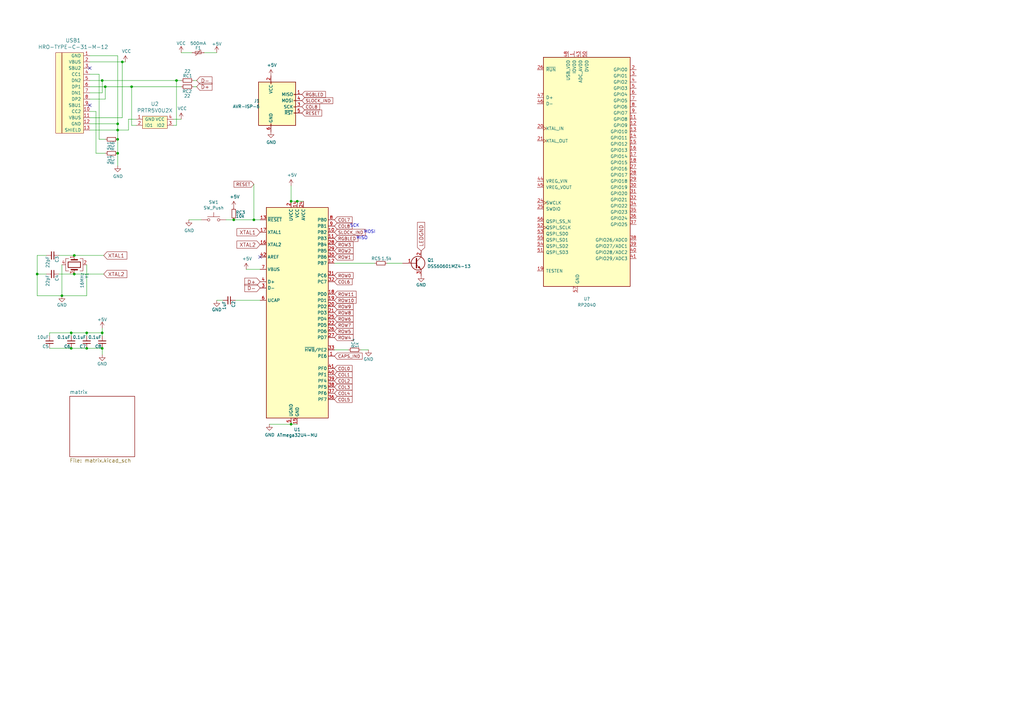
<source format=kicad_sch>
(kicad_sch (version 20211123) (generator eeschema)
  (paper "A3")
  (lib_symbols
    (symbol "Connector:AVR-ISP-6" (pin_names (offset 1.016))
      (property "Reference" "J" (at -6.35 11.43 0))
      (property "Value" "AVR-ISP-6" (at 0 11.43 0))
      (symbol "AVR-ISP-6_0_1"
        (rectangle (start -2.667 -6.858) (end -2.413 -7.62))
        (rectangle (start -2.667 10.16) (end -2.413 9.398))
        (rectangle (start 7.62 -2.413) (end 6.858 -2.667))
        (rectangle (start 7.62 0.127) (end 6.858 -0.127))
        (rectangle (start 7.62 2.667) (end 6.858 2.413))
        (rectangle (start 7.62 5.207) (end 6.858 4.953))
        (rectangle (start 7.62 10.16) (end -7.62 -7.62) (stroke (width 0.254)) (fill (type background)))
      )
      (symbol "AVR-ISP-6_1_1"
        (pin passive line (at 10.16 5.08 180) (length 2.54) (name "MISO") (number "1"))
        (pin passive line (at -2.54 12.7 270) (length 2.54) (name "VCC") (number "2"))
        (pin passive line (at 10.16 0 180) (length 2.54) (name "SCK") (number "3"))
        (pin passive line (at 10.16 2.54 180) (length 2.54) (name "MOSI") (number "4"))
        (pin passive line (at 10.16 -2.54 180) (length 2.54) (name "~{RST}") (number "5"))
        (pin passive line (at -2.54 -10.16 90) (length 2.54) (name "GND") (number "6"))
      )
    )
    (symbol "Device:C_Small" (pin_numbers hide) (pin_names (offset 0.254) hide)
      (property "Reference" "C" (at 0.254 1.778 0))
      (property "Value" "C_Small" (at 0.254 -2.032 0))
      (symbol "C_Small_0_1"
        (polyline (pts (xy -1.524 -0.508) (xy 1.524 -0.508)) (stroke (width 0.3302)))
        (polyline (pts (xy -1.524 0.508) (xy 1.524 0.508)) (stroke (width 0.3048)))
      )
      (symbol "C_Small_1_1"
        (pin passive line (at 0 2.54 270) (length 2.032) (name "~") (number "1"))
        (pin passive line (at 0 -2.54 90) (length 2.032) (name "~") (number "2"))
      )
    )
    (symbol "Device:Crystal_GND24" (pin_names (offset 1.016) hide)
      (property "Reference" "Y" (at 3.175 5.08 0))
      (property "Value" "Crystal_GND24" (at 3.175 3.175 0))
      (symbol "Crystal_GND24_0_1"
        (rectangle (start -1.143 2.54) (end 1.143 -2.54) (stroke (width 0.3048)))
        (polyline (pts (xy -2.54 0) (xy -2.032 0)))
        (polyline (pts (xy -2.032 -1.27) (xy -2.032 1.27)) (stroke (width 0.508)))
        (polyline (pts (xy 0 -3.81) (xy 0 -3.556)))
        (polyline (pts (xy 0 3.556) (xy 0 3.81)))
        (polyline (pts (xy 2.032 -1.27) (xy 2.032 1.27)) (stroke (width 0.508)))
        (polyline (pts (xy 2.032 0) (xy 2.54 0)))
        (polyline (pts (xy -2.54 -2.286) (xy -2.54 -3.556) (xy 2.54 -3.556) (xy 2.54 -2.286)))
        (polyline (pts (xy -2.54 2.286) (xy -2.54 3.556) (xy 2.54 3.556) (xy 2.54 2.286)))
      )
      (symbol "Crystal_GND24_1_1"
        (pin passive line (at -3.81 0 0) (length 1.27) (name "1") (number "1"))
        (pin passive line (at 0 5.08 270) (length 1.27) (name "2") (number "2"))
        (pin passive line (at 3.81 0 180) (length 1.27) (name "3") (number "3"))
        (pin passive line (at 0 -5.08 90) (length 1.27) (name "4") (number "4"))
      )
    )
    (symbol "Device:Polyfuse_Small" (pin_numbers hide) (pin_names (offset 0))
      (property "Reference" "F" (at -1.905 0 90))
      (property "Value" "Polyfuse_Small" (at 1.905 0 90))
      (symbol "Polyfuse_Small_0_1"
        (rectangle (start -0.508 1.27) (end 0.508 -1.27))
        (polyline (pts (xy 0 2.54) (xy 0 -2.54)))
        (polyline (pts (xy -1.016 1.27) (xy -1.016 0.762) (xy 1.016 -0.762) (xy 1.016 -1.27)))
      )
      (symbol "Polyfuse_Small_1_1"
        (pin passive line (at 0 2.54 270) (length 0.635) (name "~") (number "1"))
        (pin passive line (at 0 -2.54 90) (length 0.635) (name "~") (number "2"))
      )
    )
    (symbol "Device:Q_NPN_BCE" (pin_names (offset 0) hide)
      (property "Reference" "Q" (at 5.08 1.27 0))
      (property "Value" "Q_NPN_BCE" (at 5.08 -1.27 0))
      (symbol "Q_NPN_BCE_0_1"
        (polyline (pts (xy 0.635 0.635) (xy 2.54 2.54)))
        (polyline (pts (xy 0.635 -0.635) (xy 2.54 -2.54) (xy 2.54 -2.54)))
        (polyline (pts (xy 0.635 1.905) (xy 0.635 -1.905) (xy 0.635 -1.905)) (stroke (width 0.508)))
        (polyline (pts (xy 1.27 -1.778) (xy 1.778 -1.27) (xy 2.286 -2.286) (xy 1.27 -1.778) (xy 1.27 -1.778)) (fill (type outline)))
        (circle (center 1.27 0) (radius 2.8194) (stroke (width 0.254)))
      )
      (symbol "Q_NPN_BCE_1_1"
        (pin input line (at -5.08 0 0) (length 5.715) (name "B") (number "1"))
        (pin passive line (at 2.54 5.08 270) (length 2.54) (name "C") (number "2"))
        (pin passive line (at 2.54 -5.08 90) (length 2.54) (name "E") (number "3"))
      )
    )
    (symbol "Device:R_Small" (pin_numbers hide) (pin_names (offset 0.254) hide)
      (property "Reference" "R" (at 0.762 0.508 0))
      (property "Value" "R_Small" (at 0.762 -1.016 0))
      (symbol "R_Small_0_1"
        (rectangle (start -0.762 1.778) (end 0.762 -1.778) (stroke (width 0.2032)))
      )
      (symbol "R_Small_1_1"
        (pin passive line (at 0 2.54 270) (length 0.762) (name "~") (number "1"))
        (pin passive line (at 0 -2.54 90) (length 0.762) (name "~") (number "2"))
      )
    )
    (symbol "MCU_Microchip_ATmega:ATmega32U4-MU"
      (property "Reference" "U" (at -12.7 44.45 0))
      (property "Value" "MCU_Microchip_ATmega_ATmega32U4-MU" (at 2.54 -44.45 0))
      (symbol "ATmega32U4-MU_0_1"
        (rectangle (start -12.7 -43.18) (end 12.7 43.18) (stroke (width 0.254)) (fill (type background)))
      )
      (symbol "ATmega32U4-MU_1_1"
        (pin tri_state line (at 15.24 -17.78 180) (length 2.54) (name "PE6") (number "1"))
        (pin tri_state line (at 15.24 33.02 180) (length 2.54) (name "PB2") (number "10"))
        (pin tri_state line (at 15.24 30.48 180) (length 2.54) (name "PB3") (number "11"))
        (pin tri_state line (at 15.24 20.32 180) (length 2.54) (name "PB7") (number "12"))
        (pin input line (at -15.24 38.1 0) (length 2.54) (name "~{RESET}") (number "13"))
        (pin power_in line (at 0 45.72 270) (length 2.54) (name "VCC") (number "14"))
        (pin power_in line (at 0 -45.72 90) (length 2.54) (name "GND") (number "15"))
        (pin output line (at -15.24 27.94 0) (length 2.54) (name "XTAL2") (number "16"))
        (pin input line (at -15.24 33.02 0) (length 2.54) (name "XTAL1") (number "17"))
        (pin tri_state line (at 15.24 7.62 180) (length 2.54) (name "PD0") (number "18"))
        (pin tri_state line (at 15.24 5.08 180) (length 2.54) (name "PD1") (number "19"))
        (pin power_in line (at -2.54 45.72 270) (length 2.54) (name "UVCC") (number "2"))
        (pin tri_state line (at 15.24 2.54 180) (length 2.54) (name "PD2") (number "20"))
        (pin tri_state line (at 15.24 0 180) (length 2.54) (name "PD3") (number "21"))
        (pin tri_state line (at 15.24 -5.08 180) (length 2.54) (name "PD5") (number "22"))
        (pin passive line (at 0 -45.72 90) (length 2.54) hide (name "GND") (number "23"))
        (pin power_in line (at 2.54 45.72 270) (length 2.54) (name "AVCC") (number "24"))
        (pin tri_state line (at 15.24 -2.54 180) (length 2.54) (name "PD4") (number "25"))
        (pin tri_state line (at 15.24 -7.62 180) (length 2.54) (name "PD6") (number "26"))
        (pin tri_state line (at 15.24 -10.16 180) (length 2.54) (name "PD7") (number "27"))
        (pin tri_state line (at 15.24 27.94 180) (length 2.54) (name "PB4") (number "28"))
        (pin tri_state line (at 15.24 25.4 180) (length 2.54) (name "PB5") (number "29"))
        (pin bidirectional line (at -15.24 10.16 0) (length 2.54) (name "D-") (number "3"))
        (pin tri_state line (at 15.24 22.86 180) (length 2.54) (name "PB6") (number "30"))
        (pin tri_state line (at 15.24 15.24 180) (length 2.54) (name "PC6") (number "31"))
        (pin tri_state line (at 15.24 12.7 180) (length 2.54) (name "PC7") (number "32"))
        (pin tri_state line (at 15.24 -15.24 180) (length 2.54) (name "~{HWB}/PE2") (number "33"))
        (pin passive line (at 0 45.72 270) (length 2.54) hide (name "VCC") (number "34"))
        (pin passive line (at 0 -45.72 90) (length 2.54) hide (name "GND") (number "35"))
        (pin tri_state line (at 15.24 -35.56 180) (length 2.54) (name "PF7") (number "36"))
        (pin tri_state line (at 15.24 -33.02 180) (length 2.54) (name "PF6") (number "37"))
        (pin tri_state line (at 15.24 -30.48 180) (length 2.54) (name "PF5") (number "38"))
        (pin tri_state line (at 15.24 -27.94 180) (length 2.54) (name "PF4") (number "39"))
        (pin bidirectional line (at -15.24 12.7 0) (length 2.54) (name "D+") (number "4"))
        (pin tri_state line (at 15.24 -25.4 180) (length 2.54) (name "PF1") (number "40"))
        (pin tri_state line (at 15.24 -22.86 180) (length 2.54) (name "PF0") (number "41"))
        (pin passive line (at -15.24 22.86 0) (length 2.54) (name "AREF") (number "42"))
        (pin passive line (at 0 -45.72 90) (length 2.54) hide (name "GND") (number "43"))
        (pin passive line (at 2.54 45.72 270) (length 2.54) hide (name "AVCC") (number "44"))
        (pin passive line (at 0 -45.72 90) (length 2.54) hide (name "GND") (number "45"))
        (pin passive line (at -2.54 -45.72 90) (length 2.54) (name "UGND") (number "5"))
        (pin passive line (at -15.24 5.08 0) (length 2.54) (name "UCAP") (number "6"))
        (pin input line (at -15.24 17.78 0) (length 2.54) (name "VBUS") (number "7"))
        (pin tri_state line (at 15.24 38.1 180) (length 2.54) (name "PB0") (number "8"))
        (pin tri_state line (at 15.24 35.56 180) (length 2.54) (name "PB1") (number "9"))
      )
    )
    (symbol "Sleep-lib:RP2040" (pin_names (offset 1.016))
      (property "Reference" "U" (at 8.89 51.435 0))
      (property "Value" "RP2040" (at 8.89 48.895 0))
      (symbol "RP2040_0_0"
        (rectangle (start -17.78 -45.72) (end 17.78 48.26) (stroke (width 0.254)) (fill (type background)))
      )
      (symbol "RP2040_1_1"
        (pin power_in line (at -5.08 50.8 270) (length 2.54) (name "IOVDD") (number "1"))
        (pin power_in line (at -5.08 50.8 270) (length 2.54) hide (name "IOVDD") (number "10"))
        (pin input line (at 20.32 22.86 180) (length 2.54) (name "GPIO8") (number "11"))
        (pin input line (at 20.32 20.32 180) (length 2.54) (name "GPIO9") (number "12"))
        (pin input line (at 20.32 17.78 180) (length 2.54) (name "GPIO10") (number "13"))
        (pin input line (at 20.32 15.24 180) (length 2.54) (name "GPIO11") (number "14"))
        (pin input line (at 20.32 12.7 180) (length 2.54) (name "GPIO12") (number "15"))
        (pin input line (at 20.32 10.16 180) (length 2.54) (name "GPIO13") (number "16"))
        (pin input line (at 20.32 7.62 180) (length 2.54) (name "GPIO14") (number "17"))
        (pin input line (at 20.32 5.08 180) (length 2.54) (name "GPIO15") (number "18"))
        (pin input line (at -20.32 -39.37 0) (length 2.54) (name "TESTEN") (number "19"))
        (pin input line (at 20.32 43.18 180) (length 2.54) (name "GPIO0") (number "2"))
        (pin input clock (at -20.32 19.05 0) (length 2.54) (name "XTAL_IN") (number "20"))
        (pin input clock (at -20.32 13.97 0) (length 2.54) (name "XTAL_OUT") (number "21"))
        (pin power_in line (at -5.08 50.8 270) (length 2.54) hide (name "IOVDD") (number "22"))
        (pin power_in line (at 0 50.8 270) (length 2.54) hide (name "DVDD") (number "23"))
        (pin input clock (at -20.32 -11.43 0) (length 2.54) (name "SWCLK") (number "24"))
        (pin bidirectional line (at -20.32 -13.97 0) (length 2.54) (name "SWDIO") (number "25"))
        (pin input line (at -20.32 43.18 0) (length 2.54) (name "~{RUN}") (number "26"))
        (pin input line (at 20.32 2.54 180) (length 2.54) (name "GPIO16") (number "27"))
        (pin input line (at 20.32 0 180) (length 2.54) (name "GPIO17") (number "28"))
        (pin input line (at 20.32 -2.54 180) (length 2.54) (name "GPIO18") (number "29"))
        (pin input line (at 20.32 40.64 180) (length 2.54) (name "GPIO1") (number "3"))
        (pin input line (at 20.32 -5.08 180) (length 2.54) (name "GPIO19") (number "30"))
        (pin input line (at 20.32 -7.62 180) (length 2.54) (name "GPIO20") (number "31"))
        (pin input line (at 20.32 -10.16 180) (length 2.54) (name "GPIO21") (number "32"))
        (pin power_in line (at -5.08 50.8 270) (length 2.54) hide (name "IOVDD") (number "33"))
        (pin input line (at 20.32 -12.7 180) (length 2.54) (name "GPIO22") (number "34"))
        (pin input line (at 20.32 -15.24 180) (length 2.54) (name "GPIO23") (number "35"))
        (pin input line (at 20.32 -17.78 180) (length 2.54) (name "GPIO24") (number "36"))
        (pin input line (at 20.32 -20.32 180) (length 2.54) (name "GPIO25") (number "37"))
        (pin input line (at 20.32 -26.67 180) (length 2.54) (name "GPIO26/ADC0") (number "38"))
        (pin input line (at 20.32 -29.21 180) (length 2.54) (name "GPIO27/ADC1") (number "39"))
        (pin input line (at 20.32 38.1 180) (length 2.54) (name "GPIO2") (number "4"))
        (pin input line (at 20.32 -31.75 180) (length 2.54) (name "GPIO28/ADC2") (number "40"))
        (pin input line (at 20.32 -34.29 180) (length 2.54) (name "GPIO29/ADC3") (number "41"))
        (pin power_in line (at -5.08 50.8 270) (length 2.54) hide (name "IOVDD") (number "42"))
        (pin power_in line (at -2.54 50.8 270) (length 2.54) (name "ADC_AVDD") (number "43"))
        (pin power_in line (at -20.32 -2.54 0) (length 2.54) (name "VREG_VIN") (number "44"))
        (pin power_out line (at -20.32 -5.08 0) (length 2.54) (name "VREG_VOUT") (number "45"))
        (pin bidirectional line (at -20.32 29.21 0) (length 2.54) (name "D-") (number "46"))
        (pin bidirectional line (at -20.32 31.75 0) (length 2.54) (name "D+") (number "47"))
        (pin power_in line (at -7.62 50.8 270) (length 2.54) (name "USB_VDD") (number "48"))
        (pin power_in line (at -5.08 50.8 270) (length 2.54) hide (name "IOVDD") (number "49"))
        (pin input line (at 20.32 35.56 180) (length 2.54) (name "GPIO3") (number "5"))
        (pin power_in line (at 0 50.8 270) (length 2.54) (name "DVDD") (number "50"))
        (pin bidirectional line (at -20.32 -31.75 0) (length 2.54) (name "QSPI_SD3") (number "51"))
        (pin input clock (at -20.32 -21.59 0) (length 2.54) (name "QSPI_SCLK") (number "52"))
        (pin bidirectional line (at -20.32 -24.13 0) (length 2.54) (name "QSPI_SD0") (number "53"))
        (pin bidirectional line (at -20.32 -29.21 0) (length 2.54) (name "QSPI_SD2") (number "54"))
        (pin bidirectional line (at -20.32 -26.67 0) (length 2.54) (name "QSPI_SD1") (number "55"))
        (pin bidirectional line (at -20.32 -19.05 0) (length 2.54) (name "QSPI_SS_N") (number "56"))
        (pin power_in line (at -3.81 -48.26 90) (length 2.54) (name "GND") (number "57"))
        (pin input line (at 20.32 33.02 180) (length 2.54) (name "GPIO4") (number "6"))
        (pin input line (at 20.32 30.48 180) (length 2.54) (name "GPIO5") (number "7"))
        (pin input line (at 20.32 27.94 180) (length 2.54) (name "GPIO6") (number "8"))
        (pin input line (at 20.32 25.4 180) (length 2.54) (name "GPIO7") (number "9"))
      )
    )
    (symbol "Switch:SW_Push" (pin_numbers hide) (pin_names (offset 1.016) hide)
      (property "Reference" "SW" (at 1.27 2.54 0))
      (property "Value" "SW_Push" (at 0 -1.524 0))
      (symbol "SW_Push_0_1"
        (circle (center -2.032 0) (radius 0.508))
        (polyline (pts (xy 0 1.27) (xy 0 3.048)))
        (polyline (pts (xy 2.54 1.27) (xy -2.54 1.27)))
        (circle (center 2.032 0) (radius 0.508))
        (pin passive line (at -5.08 0 0) (length 2.54) (name "1") (number "1"))
        (pin passive line (at 5.08 0 180) (length 2.54) (name "2") (number "2"))
      )
    )
    (symbol "Type-C:HRO-TYPE-C-31-M-12" (pin_names (offset 1.016))
      (property "Reference" "USB" (at -5.08 16.51 0))
      (property "Value" "Type-C_HRO-TYPE-C-31-M-12" (at -10.16 -1.27 90))
      (symbol "HRO-TYPE-C-31-M-12_0_1"
        (rectangle (start -11.43 15.24) (end -8.89 -17.78) (fill (type background)))
        (rectangle (start 0 -17.78) (end -8.89 15.24) (fill (type background)))
      )
      (symbol "HRO-TYPE-C-31-M-12_1_1"
        (pin input line (at 2.54 13.97 180) (length 2.54) (name "GND") (number "1"))
        (pin input line (at 2.54 -8.89 180) (length 2.54) (name "CC2") (number "10"))
        (pin input line (at 2.54 -11.43 180) (length 2.54) (name "VBUS") (number "11"))
        (pin input line (at 2.54 -13.97 180) (length 2.54) (name "GND") (number "12"))
        (pin input line (at 2.54 -16.51 180) (length 2.54) (name "SHIELD") (number "13"))
        (pin input line (at 2.54 11.43 180) (length 2.54) (name "VBUS") (number "2"))
        (pin input line (at 2.54 8.89 180) (length 2.54) (name "SBU2") (number "3"))
        (pin input line (at 2.54 6.35 180) (length 2.54) (name "CC1") (number "4"))
        (pin input line (at 2.54 3.81 180) (length 2.54) (name "DN2") (number "5"))
        (pin input line (at 2.54 1.27 180) (length 2.54) (name "DP1") (number "6"))
        (pin input line (at 2.54 -1.27 180) (length 2.54) (name "DN1") (number "7"))
        (pin input line (at 2.54 -3.81 180) (length 2.54) (name "DP2") (number "8"))
        (pin input line (at 2.54 -6.35 180) (length 2.54) (name "SBU1") (number "9"))
      )
    )
    (symbol "ai03-locallib:PRTR5V0U2X" (pin_names (offset 1.016))
      (property "Reference" "U" (at 0 3.81 0))
      (property "Value" "ai03-locallib_PRTR5V0U2X" (at 0 -3.81 0))
      (symbol "PRTR5V0U2X_0_1"
        (rectangle (start -5.08 2.54) (end 5.08 -2.54) (fill (type background)))
      )
      (symbol "PRTR5V0U2X_1_1"
        (pin input line (at -7.62 1.27 0) (length 2.54) (name "GND") (number "1"))
        (pin input line (at -7.62 -1.27 0) (length 2.54) (name "IO1") (number "2"))
        (pin input line (at 7.62 -1.27 180) (length 2.54) (name "IO2") (number "3"))
        (pin input line (at 7.62 1.27 180) (length 2.54) (name "VCC") (number "4"))
      )
    )
    (symbol "power:+5V" (power) (pin_names (offset 0))
      (property "Value" "+5V" (at 0 3.556 0))
      (symbol "+5V_0_1"
        (polyline (pts (xy -0.762 1.27) (xy 0 2.54)))
        (polyline (pts (xy 0 0) (xy 0 2.54)))
        (polyline (pts (xy 0 2.54) (xy 0.762 1.27)))
      )
      (symbol "+5V_1_1"
        (pin power_in line (at 0 0 90) (length 0) hide (name "+5V") (number "1"))
      )
    )
    (symbol "power:GND" (power) (pin_names (offset 0))
      (property "Value" "GND" (at 0 -3.81 0))
      (symbol "GND_0_1"
        (polyline (pts (xy 0 0) (xy 0 -1.27) (xy 1.27 -1.27) (xy 0 -2.54) (xy -1.27 -1.27) (xy 0 -1.27)))
      )
      (symbol "GND_1_1"
        (pin power_in line (at 0 0 270) (length 0) hide (name "GND") (number "1"))
      )
    )
    (symbol "power:VCC" (power) (pin_names (offset 0))
      (property "Value" "VCC" (at 0 3.81 0))
      (symbol "VCC_0_1"
        (polyline (pts (xy -0.762 1.27) (xy 0 2.54)))
        (polyline (pts (xy 0 0) (xy 0 2.54)))
        (polyline (pts (xy 0 2.54) (xy 0.762 1.27)))
      )
      (symbol "VCC_1_1"
        (pin power_in line (at 0 0 90) (length 0) hide (name "VCC") (number "1"))
      )
    )
  )
  (junction (at 119.38 82.55))
  (junction (at 30.48 104.775))
  (junction (at 72.39 33.02))
  (junction (at 30.48 112.395))
  (junction (at 29.21 142.875))
  (junction (at 48.26 57.15))
  (junction (at 25.4 121.285))
  (junction (at 48.26 50.8))
  (junction (at 53.975 35.56))
  (junction (at 15.24 112.395))
  (junction (at 104.14 90.17))
  (junction (at 41.91 33.02))
  (junction (at 43.18 35.56))
  (junction (at 41.91 136.525))
  (junction (at 35.56 136.525))
  (junction (at 119.38 173.99))
  (junction (at 48.26 53.34))
  (junction (at 29.21 136.525))
  (junction (at 95.885 90.17))
  (junction (at 121.92 82.55))
  (junction (at 48.26 62.865))
  (junction (at 50.165 25.4))
  (junction (at 41.91 142.875))
  (junction (at 35.56 142.875))
  (no_connect (at 106.68 105.41))
  (no_connect (at 36.83 27.94))
  (no_connect (at 36.83 43.18))
  (wire (pts (xy 100.965 110.49) (xy 106.68 110.49)))
  (wire (pts (xy 15.24 112.395) (xy 19.05 112.395)))
  (wire (pts (xy 48.26 50.8) (xy 36.83 50.8)))
  (wire (pts (xy 79.375 33.02) (xy 80.645 33.02)))
  (wire (pts (xy 36.83 53.34) (xy 48.26 53.34)))
  (wire (pts (xy 35.56 142.875) (xy 41.91 142.875)))
  (wire (pts (xy 51.435 25.4) (xy 50.165 25.4)))
  (wire (pts (xy 36.83 22.86) (xy 48.26 22.86)))
  (wire (pts (xy 39.37 45.72) (xy 39.37 62.865)))
  (wire (pts (xy 119.38 173.99) (xy 121.92 173.99)))
  (wire (pts (xy 40.64 57.15) (xy 43.18 57.15)))
  (wire (pts (xy 52.705 53.34) (xy 52.705 48.895)))
  (wire (pts (xy 43.18 40.64) (xy 43.18 35.56)))
  (wire (pts (xy 121.92 82.55) (xy 124.46 82.55)))
  (wire (pts (xy 19.05 104.775) (xy 15.24 104.775)))
  (wire (pts (xy 119.38 76.2) (xy 119.38 82.55)))
  (wire (pts (xy 48.26 53.34) (xy 52.705 53.34)))
  (wire (pts (xy 40.64 57.15) (xy 40.64 30.48)))
  (wire (pts (xy 55.88 51.435) (xy 53.975 51.435)))
  (wire (pts (xy 48.26 62.865) (xy 48.26 67.945)))
  (wire (pts (xy 25.4 121.285) (xy 35.56 121.285)))
  (wire (pts (xy 29.21 136.525) (xy 35.56 136.525)))
  (wire (pts (xy 153.67 107.95) (xy 137.16 107.95)))
  (wire (pts (xy 53.975 35.56) (xy 74.295 35.56)))
  (wire (pts (xy 43.18 35.56) (xy 36.83 35.56)))
  (wire (pts (xy 15.24 112.395) (xy 15.24 121.285)))
  (wire (pts (xy 36.83 40.64) (xy 43.18 40.64)))
  (wire (pts (xy 25.4 121.285) (xy 25.4 108.585)))
  (wire (pts (xy 82.55 90.17) (xy 77.47 90.17)))
  (wire (pts (xy 48.26 53.34) (xy 48.26 57.15)))
  (wire (pts (xy 72.39 33.02) (xy 74.295 33.02)))
  (wire (pts (xy 104.14 75.565) (xy 104.14 90.17)))
  (wire (pts (xy 36.83 33.02) (xy 41.91 33.02)))
  (wire (pts (xy 74.295 21.59) (xy 78.74 21.59)))
  (wire (pts (xy 41.91 134.62) (xy 41.91 136.525)))
  (wire (pts (xy 110.49 173.99) (xy 119.38 173.99)))
  (wire (pts (xy 119.38 82.55) (xy 121.92 82.55)))
  (wire (pts (xy 35.56 136.525) (xy 35.56 137.795)))
  (wire (pts (xy 88.9 123.19) (xy 91.44 123.19)))
  (wire (pts (xy 24.13 104.775) (xy 30.48 104.775)))
  (wire (pts (xy 80.645 35.56) (xy 79.375 35.56)))
  (wire (pts (xy 41.91 142.875) (xy 41.91 145.415)))
  (wire (pts (xy 50.165 25.4) (xy 36.83 25.4)))
  (wire (pts (xy 92.71 90.17) (xy 95.885 90.17)))
  (wire (pts (xy 39.37 62.865) (xy 43.18 62.865)))
  (wire (pts (xy 43.18 35.56) (xy 53.975 35.56)))
  (wire (pts (xy 104.14 90.17) (xy 106.68 90.17)))
  (wire (pts (xy 15.24 121.285) (xy 25.4 121.285)))
  (wire (pts (xy 35.56 121.285) (xy 35.56 108.585)))
  (wire (pts (xy 30.48 104.775) (xy 42.545 104.775)))
  (wire (pts (xy 41.91 38.1) (xy 36.83 38.1)))
  (wire (pts (xy 40.64 30.48) (xy 36.83 30.48)))
  (wire (pts (xy 41.91 136.525) (xy 41.91 137.795)))
  (wire (pts (xy 158.75 107.95) (xy 165.1 107.95)))
  (wire (pts (xy 41.91 33.02) (xy 72.39 33.02)))
  (wire (pts (xy 20.32 142.875) (xy 29.21 142.875)))
  (wire (pts (xy 71.12 51.435) (xy 72.39 51.435)))
  (wire (pts (xy 30.48 112.395) (xy 42.545 112.395)))
  (wire (pts (xy 20.32 136.525) (xy 20.32 137.795)))
  (wire (pts (xy 48.26 22.86) (xy 48.26 50.8)))
  (wire (pts (xy 35.56 136.525) (xy 41.91 136.525)))
  (wire (pts (xy 142.875 143.51) (xy 137.16 143.51)))
  (wire (pts (xy 48.26 57.15) (xy 48.26 62.865)))
  (wire (pts (xy 53.975 51.435) (xy 53.975 35.56)))
  (wire (pts (xy 41.91 33.02) (xy 41.91 38.1)))
  (wire (pts (xy 29.21 142.875) (xy 35.56 142.875)))
  (wire (pts (xy 48.26 53.34) (xy 48.26 50.8)))
  (wire (pts (xy 24.13 112.395) (xy 30.48 112.395)))
  (wire (pts (xy 29.21 136.525) (xy 29.21 137.795)))
  (wire (pts (xy 36.83 48.26) (xy 50.165 48.26)))
  (wire (pts (xy 50.165 48.26) (xy 50.165 25.4)))
  (wire (pts (xy 20.32 136.525) (xy 29.21 136.525)))
  (wire (pts (xy 72.39 51.435) (xy 72.39 33.02)))
  (wire (pts (xy 95.885 90.17) (xy 104.14 90.17)))
  (wire (pts (xy 74.295 48.895) (xy 71.12 48.895)))
  (wire (pts (xy 96.52 123.19) (xy 106.68 123.19)))
  (wire (pts (xy 83.82 21.59) (xy 88.9 21.59)))
  (wire (pts (xy 36.83 45.72) (xy 39.37 45.72)))
  (wire (pts (xy 52.705 48.895) (xy 55.88 48.895)))
  (wire (pts (xy 147.955 143.51) (xy 151.13 143.51)))
  (wire (pts (xy 15.24 104.775) (xy 15.24 112.395)))
  (text "MISO" (at 146.05 98.425 0) (effects (font (size 1.27 1.27)) (justify left bottom)))
  (text "SCK" (at 143.51 93.345 0) (effects (font (size 1.27 1.27)) (justify left bottom)))
  (text "MOSI" (at 149.225 95.885 0) (effects (font (size 1.27 1.27)) (justify left bottom)))
  (global_label "RGBLED" (shape input) (at 123.825 38.735 0) (property "Intersheet References" "${INTERSHEET_REFS}" (effects hide)))
  (global_label "XTAL2" (shape input) (at 106.68 100.33 180) (effects (font (size 1.524 1.524))) (property "Intersheet References" "${INTERSHEET_REFS}" (effects hide)))
  (global_label "COL7" (shape input) (at 137.16 90.17 0) (property "Intersheet References" "${INTERSHEET_REFS}" (effects hide)))
  (global_label "ROW10" (shape input) (at 137.16 123.19 0) (property "Intersheet References" "${INTERSHEET_REFS}" (effects hide)))
  (global_label "SLOCK_IND" (shape input) (at 123.825 41.275 0) (property "Intersheet References" "${INTERSHEET_REFS}" (effects hide)))
  (global_label "ROW8" (shape input) (at 137.16 128.27 0) (property "Intersheet References" "${INTERSHEET_REFS}" (effects hide)))
  (global_label "ROW3" (shape input) (at 137.16 100.33 0) (property "Intersheet References" "${INTERSHEET_REFS}" (effects hide)))
  (global_label "COL6" (shape input) (at 137.16 115.57 0) (property "Intersheet References" "${INTERSHEET_REFS}" (effects hide)))
  (global_label "D-" (shape input) (at 80.645 33.02 0) (effects (font (size 1.524 1.524))) (property "Intersheet References" "${INTERSHEET_REFS}" (effects hide)))
  (global_label "COL2" (shape input) (at 137.16 156.21 0) (property "Intersheet References" "${INTERSHEET_REFS}" (effects hide)))
  (global_label "D+" (shape input) (at 80.645 35.56 0) (effects (font (size 1.524 1.524))) (property "Intersheet References" "${INTERSHEET_REFS}" (effects hide)))
  (global_label "COL8" (shape input) (at 123.825 43.815 0) (property "Intersheet References" "${INTERSHEET_REFS}" (effects hide)))
  (global_label "RESET" (shape input) (at 104.14 75.565 180) (property "Intersheet References" "${INTERSHEET_REFS}" (effects hide)))
  (global_label "SLOCK_IND" (shape input) (at 137.16 95.25 0) (property "Intersheet References" "${INTERSHEET_REFS}" (effects hide)))
  (global_label "ROW4" (shape input) (at 137.16 138.43 0) (property "Intersheet References" "${INTERSHEET_REFS}" (effects hide)))
  (global_label "COL4" (shape input) (at 137.16 161.29 0) (property "Intersheet References" "${INTERSHEET_REFS}" (effects hide)))
  (global_label "ROW0" (shape input) (at 137.16 113.03 0) (property "Intersheet References" "${INTERSHEET_REFS}" (effects hide)))
  (global_label "COL5" (shape input) (at 137.16 163.83 0) (property "Intersheet References" "${INTERSHEET_REFS}" (effects hide)))
  (global_label "XTAL1" (shape input) (at 42.545 104.775 0) (effects (font (size 1.524 1.524))) (property "Intersheet References" "${INTERSHEET_REFS}" (effects hide)))
  (global_label "RGBLED" (shape input) (at 137.16 97.79 0) (property "Intersheet References" "${INTERSHEET_REFS}" (effects hide)))
  (global_label "CAPS_IND" (shape input) (at 137.16 146.05 0) (property "Intersheet References" "${INTERSHEET_REFS}" (effects hide)))
  (global_label "COL8" (shape input) (at 137.16 92.71 0) (property "Intersheet References" "${INTERSHEET_REFS}" (effects hide)))
  (global_label "COL1" (shape input) (at 137.16 153.67 0) (property "Intersheet References" "${INTERSHEET_REFS}" (effects hide)))
  (global_label "ROW11" (shape input) (at 137.16 120.65 0) (property "Intersheet References" "${INTERSHEET_REFS}" (effects hide)))
  (global_label "ROW9" (shape input) (at 137.16 125.73 0) (property "Intersheet References" "${INTERSHEET_REFS}" (effects hide)))
  (global_label "LEDGND" (shape input) (at 172.72 102.87 90) (effects (font (size 1.524 1.524))) (property "Intersheet References" "${INTERSHEET_REFS}" (effects hide)))
  (global_label "COL3" (shape input) (at 137.16 158.75 0) (property "Intersheet References" "${INTERSHEET_REFS}" (effects hide)))
  (global_label "D+" (shape input) (at 106.68 115.57 180) (effects (font (size 1.524 1.524))) (property "Intersheet References" "${INTERSHEET_REFS}" (effects hide)))
  (global_label "ROW7" (shape input) (at 137.16 133.35 0) (property "Intersheet References" "${INTERSHEET_REFS}" (effects hide)))
  (global_label "ROW2" (shape input) (at 137.16 102.87 0) (property "Intersheet References" "${INTERSHEET_REFS}" (effects hide)))
  (global_label "RESET" (shape input) (at 123.825 46.355 0) (property "Intersheet References" "${INTERSHEET_REFS}" (effects hide)))
  (global_label "D-" (shape input) (at 106.68 118.11 180) (effects (font (size 1.524 1.524))) (property "Intersheet References" "${INTERSHEET_REFS}" (effects hide)))
  (global_label "ROW5" (shape input) (at 137.16 135.89 0) (property "Intersheet References" "${INTERSHEET_REFS}" (effects hide)))
  (global_label "XTAL1" (shape input) (at 106.68 95.25 180) (effects (font (size 1.524 1.524))) (property "Intersheet References" "${INTERSHEET_REFS}" (effects hide)))
  (global_label "COL0" (shape input) (at 137.16 151.13 0) (property "Intersheet References" "${INTERSHEET_REFS}" (effects hide)))
  (global_label "XTAL2" (shape input) (at 42.545 112.395 0) (effects (font (size 1.524 1.524))) (property "Intersheet References" "${INTERSHEET_REFS}" (effects hide)))
  (global_label "ROW6" (shape input) (at 137.16 130.81 0) (property "Intersheet References" "${INTERSHEET_REFS}" (effects hide)))
  (global_label "ROW1" (shape input) (at 137.16 105.41 0) (property "Intersheet References" "${INTERSHEET_REFS}" (effects hide)))
  (symbol (lib_id "Device:Polyfuse_Small") (at 81.28 21.59 270) (unit 1)
    (property "Reference" "F1" (at 81.28 19.685 90))
    (property "Value" "500mA" (at 81.28 17.78 90))
    (property "Footprint" "Fuse_Holders_and_Fuses:Fuse_SMD1206_Wave" (effects hide))
  )
  (symbol (lib_id "power:+5V") (at 88.9 21.59 0) (unit 1)
    (property "Reference" "#PWR01" (effects hide))
    (property "Value" "+5V" (at 88.9 18.034 0))
  )
  (symbol (lib_id "Device:R_Small") (at 76.835 33.02 270) (unit 1)
    (property "Reference" "RC1" (at 74.93 31.115 90) (effects (justify left)))
    (property "Value" "22" (at 75.565 29.21 90) (effects (justify left)))
    (property "Footprint" "locallib:R_0603" (effects hide))
  )
  (symbol (lib_id "Device:R_Small") (at 76.835 35.56 90) (unit 1)
    (property "Reference" "RC2" (at 78.74 37.465 90) (effects (justify left)))
    (property "Value" "22" (at 78.105 39.37 90) (effects (justify left)))
    (property "Footprint" "locallib:R_0603" (effects hide))
  )
  (symbol (lib_id "Device:Q_NPN_BCE") (at 170.18 107.95 0) (unit 1)
    (property "Reference" "Q1" (at 175.26 106.68 0) (effects (justify left)))
    (property "Value" "DSS60601MZ4-13" (at 175.26 109.22 0) (effects (justify left)))
    (property "Footprint" "TO_SOT_Packages_SMD:SOT-223-3_TabPin2" (effects hide))
  )
  (symbol (lib_id "power:GND") (at 172.72 113.03 0) (unit 1)
    (property "Reference" "#PWR02" (effects hide))
    (property "Value" "GND" (at 172.72 116.84 0))
  )
  (symbol (lib_id "Device:R_Small") (at 156.21 107.95 90) (unit 1)
    (property "Reference" "RC5" (at 156.21 106.045 90) (effects (justify left)))
    (property "Value" "1.5k" (at 160.655 106.045 90) (effects (justify left)))
    (property "Footprint" "locallib:R_0603" (effects hide))
  )
  (symbol (lib_id "power:VCC") (at 74.295 21.59 0) (unit 1)
    (property "Reference" "#PWR03" (effects hide))
    (property "Value" "VCC" (at 74.295 17.78 0))
  )
  (symbol (lib_id "Device:R_Small") (at 95.885 87.63 0) (unit 1)
    (property "Reference" "RC3" (at 96.647 87.122 0) (effects (justify left)))
    (property "Value" "10k" (at 96.647 88.646 0) (effects (justify left)))
    (property "Footprint" "locallib:R_0603" (effects hide))
  )
  (symbol (lib_id "Device:C_Small") (at 93.98 123.19 270) (unit 1)
    (property "Reference" "C2" (at 95.758 123.444 0) (effects (justify left)))
    (property "Value" "1uF" (at 91.948 123.444 0) (effects (justify left)))
    (property "Footprint" "locallib:C_0603" (effects hide))
  )
  (symbol (lib_id "power:GND") (at 88.9 123.19 0) (unit 1)
    (property "Reference" "#PWR08" (effects hide))
    (property "Value" "GND" (at 88.9 127 0))
  )
  (symbol (lib_id "Device:Crystal_GND24") (at 30.48 108.585 270) (unit 1)
    (property "Reference" "Y1" (at 35.56 111.76 0) (effects (justify left)))
    (property "Value" "16MHz" (at 33.655 111.76 0) (effects (justify left)))
    (property "Footprint" "locallib:Crystal_SMD_3225-4pin_3.2x2.5mm" (effects hide))
  )
  (symbol (lib_id "power:GND") (at 25.4 121.285 0) (unit 1)
    (property "Reference" "#PWR09" (effects hide))
    (property "Value" "GND" (at 25.4 125.095 0))
  )
  (symbol (lib_id "Device:C_Small") (at 21.59 104.775 270) (unit 1)
    (property "Reference" "C3" (at 23.368 105.029 0) (effects (justify left)))
    (property "Value" "22pF" (at 19.558 105.029 0) (effects (justify left)))
    (property "Footprint" "locallib:C_0603" (effects hide))
  )
  (symbol (lib_id "Device:C_Small") (at 21.59 112.395 270) (unit 1)
    (property "Reference" "C4" (at 23.368 112.649 0) (effects (justify left)))
    (property "Value" "22pF" (at 19.558 112.649 0) (effects (justify left)))
    (property "Footprint" "locallib:C_0603" (effects hide))
  )
  (symbol (lib_id "Device:R_Small") (at 145.415 143.51 90) (unit 1)
    (property "Reference" "RC4" (at 144.907 142.748 0) (effects (justify left)))
    (property "Value" "1k" (at 146.431 142.748 0) (effects (justify left)))
    (property "Footprint" "locallib:R_0603" (effects hide))
  )
  (symbol (lib_id "power:GND") (at 151.13 143.51 0) (unit 1)
    (property "Reference" "#PWR011" (effects hide))
    (property "Value" "GND" (at 151.13 147.32 0))
  )
  (symbol (lib_id "Device:C_Small") (at 29.21 140.335 180) (unit 1)
    (property "Reference" "C6" (at 28.956 142.113 0) (effects (justify left)))
    (property "Value" "0.1uF" (at 28.956 138.303 0) (effects (justify left)))
    (property "Footprint" "locallib:C_0603" (effects hide))
  )
  (symbol (lib_id "Device:C_Small") (at 35.56 140.335 180) (unit 1)
    (property "Reference" "C7" (at 35.306 142.113 0) (effects (justify left)))
    (property "Value" "0.1uF" (at 35.306 138.303 0) (effects (justify left)))
    (property "Footprint" "locallib:C_0603" (effects hide))
  )
  (symbol (lib_id "Device:C_Small") (at 41.91 140.335 180) (unit 1)
    (property "Reference" "C8" (at 41.656 142.113 0) (effects (justify left)))
    (property "Value" "0.1uF" (at 41.656 138.303 0) (effects (justify left)))
    (property "Footprint" "locallib:C_0603" (effects hide))
  )
  (symbol (lib_id "Device:C_Small") (at 20.32 140.335 180) (unit 1)
    (property "Reference" "C5" (at 20.066 142.113 0) (effects (justify left)))
    (property "Value" "10uF" (at 20.066 138.303 0) (effects (justify left)))
    (property "Footprint" "locallib:C_0603" (effects hide))
  )
  (symbol (lib_id "power:GND") (at 41.91 145.415 0) (unit 1)
    (property "Reference" "#PWR012" (effects hide))
    (property "Value" "GND" (at 41.91 149.225 0))
  )
  (symbol (lib_id "power:+5V") (at 41.91 134.62 0) (unit 1)
    (property "Reference" "#PWR013" (effects hide))
    (property "Value" "+5V" (at 41.91 131.064 0))
  )
  (symbol (lib_id "Connector:AVR-ISP-6") (at 113.665 43.815 0) (unit 1)
    (property "Reference" "J1" (at 106.553 41.3766 0) (effects (justify right)))
    (property "Value" "AVR-ISP-6" (at 106.553 43.688 0) (effects (justify right)))
    (property "Footprint" "random-keyboard-parts:Reset_Pretty-Mask" (effects hide))
    (property "Datasheet" " ~" (effects hide))
  )
  (symbol (lib_id "power:+5V") (at 111.125 31.115 0) (unit 1)
    (property "Reference" "#PWR0101" (effects hide))
    (property "Value" "+5V" (at 111.506 26.7208 0))
  )
  (symbol (lib_id "power:GND") (at 111.125 53.975 0) (unit 1)
    (property "Reference" "#PWR0102" (effects hide))
    (property "Value" "GND" (at 111.252 58.3692 0))
  )
  (symbol (lib_id "Type-C:HRO-TYPE-C-31-M-12") (at 34.29 36.83 0) (unit 1)
    (property "Reference" "USB1" (at 29.9974 16.5862 0) (effects (font (size 1.524 1.524))))
    (property "Value" "HRO-TYPE-C-31-M-12" (at 29.9974 19.2786 0) (effects (font (size 1.524 1.524))))
    (property "Footprint" "Type-C:HRO-TYPE-C-31-M-12-Assembly" (effects hide))
  )
  (symbol (lib_id "power:VCC") (at 51.435 25.4 0) (unit 1)
    (property "Reference" "#PWR04" (effects hide))
    (property "Value" "VCC" (at 51.8668 21.0058 0))
  )
  (symbol (lib_id "power:GND") (at 48.26 67.945 0) (unit 1)
    (property "Reference" "#PWR016" (effects hide))
    (property "Value" "GND" (at 48.387 72.3392 0))
  )
  (symbol (lib_id "ai03-locallib:PRTR5V0U2X") (at 63.5 50.165 0) (unit 1)
    (property "Reference" "U2" (at 63.5 42.6212 0) (effects (font (size 1.524 1.524))))
    (property "Value" "PRTR5V0U2X" (at 63.5 45.3136 0) (effects (font (size 1.524 1.524))))
    (property "Footprint" "locallib:SOT143B" (effects hide))
  )
  (symbol (lib_id "power:VCC") (at 74.295 48.895 0) (unit 1)
    (property "Reference" "#PWR015" (effects hide))
    (property "Value" "VCC" (at 74.7268 44.5008 0))
  )
  (symbol (lib_id "Switch:SW_Push") (at 87.63 90.17 0) (unit 1)
    (property "Reference" "SW1" (at 87.63 82.931 0))
    (property "Value" "SW_Push" (at 87.63 85.2424 0))
    (property "Footprint" "random-keyboard-parts:SKQG-1155865" (effects hide))
  )
  (symbol (lib_id "power:GND") (at 77.47 90.17 0) (unit 1)
    (property "Reference" "#PWR0106" (effects hide))
    (property "Value" "GND" (at 77.597 94.5642 0))
  )
  (symbol (lib_id "MCU_Microchip_ATmega:ATmega32U4-MU") (at 121.92 128.27 0) (unit 1)
    (property "Reference" "U1" (at 121.92 176.1744 0))
    (property "Value" "ATmega32U4-MU" (at 121.92 178.4858 0))
    (property "Footprint" "locallib:QFN-44-1EP_7x7mm_Pitch0.5mm" (effects hide))
    (property "Datasheet" "http://ww1.microchip.com/downloads/en/DeviceDoc/Atmel-7766-8-bit-AVR-ATmega16U4-32U4_Datasheet.pdf" (effects hide))
  )
  (symbol (lib_id "power:+5V") (at 100.965 110.49 0) (unit 1)
    (property "Reference" "#PWR0104" (effects hide))
    (property "Value" "+5V" (at 101.346 106.0958 0))
  )
  (symbol (lib_id "power:+5V") (at 119.38 76.2 0) (unit 1)
    (property "Reference" "#PWR0105" (effects hide))
    (property "Value" "+5V" (at 119.761 71.8058 0))
  )
  (symbol (lib_id "power:GND") (at 110.49 173.99 0) (unit 1)
    (property "Reference" "#PWR0145" (effects hide))
    (property "Value" "GND" (at 110.617 178.3842 0))
  )
  (symbol (lib_id "power:+5V") (at 95.885 85.09 0) (unit 1)
    (property "Reference" "#PWR0103" (effects hide))
    (property "Value" "+5V" (at 96.266 80.6958 0))
  )
  (symbol (lib_id "Device:R_Small") (at 45.72 57.15 270) (unit 1)
    (property "Reference" "RC6" (at 46.228 57.912 0) (effects (justify left)))
    (property "Value" "5k1" (at 44.704 57.912 0) (effects (justify left)))
    (property "Footprint" "locallib:R_0603" (effects hide))
  )
  (symbol (lib_id "Device:R_Small") (at 45.72 62.865 270) (unit 1)
    (property "Reference" "RC7" (at 46.228 63.627 0) (effects (justify left)))
    (property "Value" "5k1" (at 44.704 63.627 0) (effects (justify left)))
    (property "Footprint" "locallib:R_0603" (effects hide))
  )
  (symbol (lib_id "Sleep-lib:RP2040") (at 240.665 71.755 0) (unit 1)
    (property "Reference" "U?" (at 240.665 122.555 0))
    (property "Value" "RP2040" (at 240.665 125.095 0))
    (property "Footprint" "Sleep-Lib:RP2040-QFN-56" (effects hide))
    (property "Datasheet" "https://datasheets.raspberrypi.com/rp2040/rp2040-datasheet.pdf" (effects hide))
    (property "LCSC" "C2040" (effects hide))
  )
  (sheet (at 28.575 162.56) (size 26.67 24.765)
    (property "Sheet name" "matrix" (at 28.575 161.7214 0) (effects (font (size 1.524 1.524)) (justify left bottom)))
    (property "Sheet file" "matrix.kicad_sch" (at 28.575 188.0112 0) (effects (font (size 1.524 1.524)) (justify left top)))
  )
)
</source>
